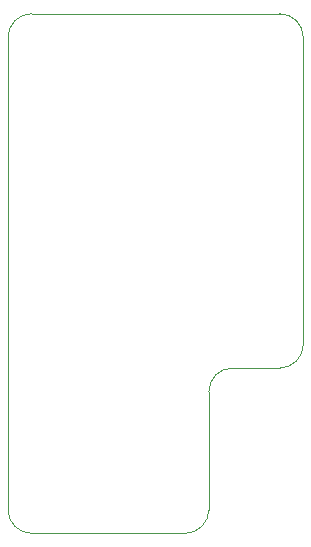
<source format=gbr>
%TF.GenerationSoftware,KiCad,Pcbnew,(6.0.4)*%
%TF.CreationDate,2022-04-07T16:53:33-04:00*%
%TF.ProjectId,larson_vu_pcb,6c617273-6f6e-45f7-9675-5f7063622e6b,rev?*%
%TF.SameCoordinates,Original*%
%TF.FileFunction,Profile,NP*%
%FSLAX46Y46*%
G04 Gerber Fmt 4.6, Leading zero omitted, Abs format (unit mm)*
G04 Created by KiCad (PCBNEW (6.0.4)) date 2022-04-07 16:53:33*
%MOMM*%
%LPD*%
G01*
G04 APERTURE LIST*
%TA.AperFunction,Profile*%
%ADD10C,0.100000*%
%TD*%
G04 APERTURE END LIST*
D10*
X60000000Y-97000000D02*
X60000000Y-57000000D01*
X75000000Y-99000000D02*
X62000000Y-99000000D01*
X77000000Y-97000000D02*
X77000000Y-87000000D01*
X83000000Y-85000000D02*
X79000000Y-85000000D01*
X85000000Y-57000000D02*
X85000000Y-83000000D01*
X62000000Y-55000000D02*
X83000000Y-55000000D01*
X60000000Y-97000000D02*
G75*
G03*
X62000000Y-99000000I2000000J0D01*
G01*
X75000000Y-99000000D02*
G75*
G03*
X77000000Y-97000000I0J2000000D01*
G01*
X79000000Y-85000000D02*
G75*
G03*
X77000000Y-87000000I0J-2000000D01*
G01*
X83000000Y-85000000D02*
G75*
G03*
X85000000Y-83000000I0J2000000D01*
G01*
X85000000Y-57000000D02*
G75*
G03*
X83000000Y-55000000I-2000000J0D01*
G01*
X62000000Y-55000000D02*
G75*
G03*
X60000000Y-57000000I0J-2000000D01*
G01*
M02*

</source>
